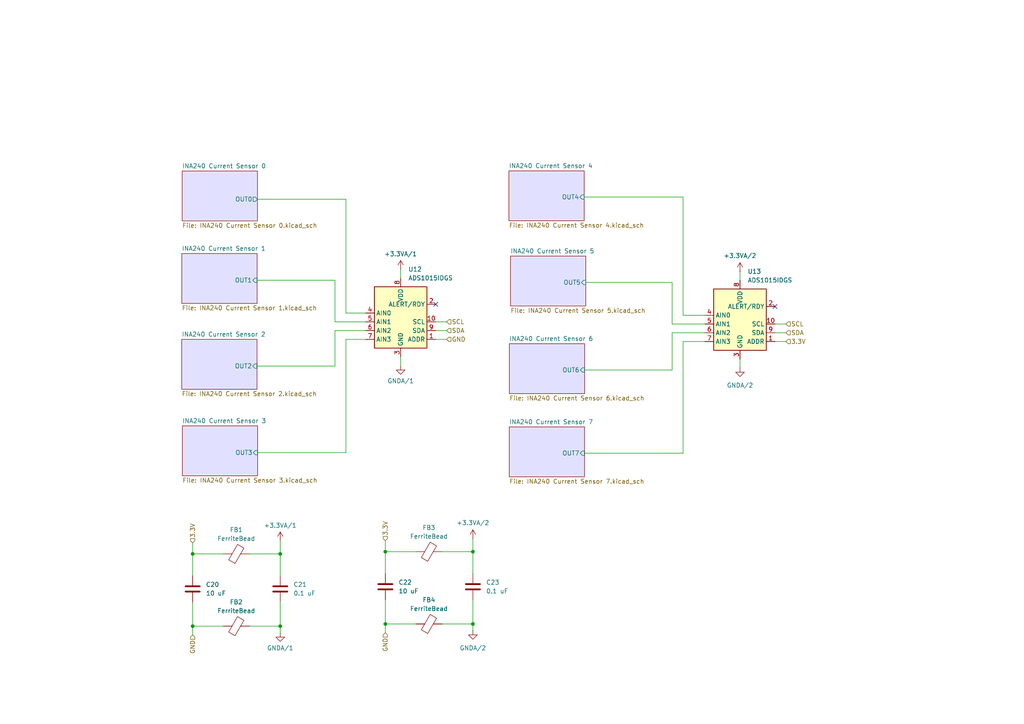
<source format=kicad_sch>
(kicad_sch (version 20231120) (generator "eeschema") (generator_version "8.0")
  (paper "A4")
  (lib_symbols
    (symbol "Analog_ADC:ADS1015IDGS"
      (property "Reference" "U" (at 2.54 13.97 0))
      (property "Value" "ADS1015IDGS" (at 7.62 11.43 0))
      (symbol "ADS1015IDGS_0_1"
        (rectangle (start -7.62 10.16) (end 7.62 -7.62) (stroke (width 0.254)) (fill (type background)))
      )
      (symbol "ADS1015IDGS_1_1"
        (pin input line (at 10.16 -5.08 180) (length 2.54) (name "ADDR") (number "1"))
        (pin input line (at 10.16 0 180) (length 2.54) (name "SCL") (number "10"))
        (pin output line (at 10.16 5.08 180) (length 2.54) (name "ALERT/RDY") (number "2"))
        (pin power_in line (at 0 -10.16 90) (length 2.54) (name "GND") (number "3"))
        (pin input line (at -10.16 2.54 0) (length 2.54) (name "AIN0") (number "4"))
        (pin input line (at -10.16 0 0) (length 2.54) (name "AIN1") (number "5"))
        (pin input line (at -10.16 -2.54 0) (length 2.54) (name "AIN2") (number "6"))
        (pin input line (at -10.16 -5.08 0) (length 2.54) (name "AIN3") (number "7"))
        (pin power_in line (at 0 12.7 270) (length 2.54) (name "VDD") (number "8"))
        (pin bidirectional line (at 10.16 -2.54 180) (length 2.54) (name "SDA") (number "9"))
      )
    )
    (symbol "Device:C" (pin_numbers hide) (pin_names (offset 0.254))
      (property "Reference" "C" (at 0.635 2.54 0))
      (property "Value" "C" (at 0.635 -2.54 0))
      (symbol "C_0_1"
        (polyline (pts (xy -2.032 -0.762) (xy 2.032 -0.762)) (stroke (width 0.508)))
        (polyline (pts (xy -2.032 0.762) (xy 2.032 0.762)) (stroke (width 0.508)))
      )
      (symbol "C_1_1"
        (pin passive line (at 0 3.81 270) (length 2.794) (name "~") (number "1"))
        (pin passive line (at 0 -3.81 90) (length 2.794) (name "~") (number "2"))
      )
    )
    (symbol "Device:FerriteBead" (pin_numbers hide) (pin_names (offset 0))
      (property "Reference" "FB" (at -3.81 0.635 90))
      (property "Value" "FerriteBead" (at 3.81 0 90))
      (symbol "FerriteBead_0_1"
        (polyline (pts (xy 0 -1.27) (xy 0 -1.2192)))
        (polyline (pts (xy 0 1.27) (xy 0 1.2954)))
        (polyline (pts (xy -2.7686 0.4064) (xy -1.7018 2.2606) (xy 2.7686 -0.3048) (xy 1.6764 -2.159) (xy -2.7686 0.4064)))
      )
      (symbol "FerriteBead_1_1"
        (pin passive line (at 0 3.81 270) (length 2.54) (name "~") (number "1"))
        (pin passive line (at 0 -3.81 90) (length 2.54) (name "~") (number "2"))
      )
    )
    (symbol "power:+3.3VA" (power) (pin_numbers hide) (pin_names (offset 0) hide)
      (property "Value" "+3.3VA" (at 0 3.556 0))
      (symbol "+3.3VA_0_1"
        (polyline (pts (xy -0.762 1.27) (xy 0 2.54)))
        (polyline (pts (xy 0 0) (xy 0 2.54)))
        (polyline (pts (xy 0 2.54) (xy 0.762 1.27)))
      )
      (symbol "+3.3VA_1_1"
        (pin power_in line (at 0 0 90) (length 0) (name "~") (number "1"))
      )
    )
    (symbol "power:GNDA" (power) (pin_numbers hide) (pin_names (offset 0) hide)
      (property "Value" "GNDA" (at 0 -3.81 0))
      (symbol "GNDA_0_1"
        (polyline (pts (xy 0 0) (xy 0 -1.27) (xy 1.27 -1.27) (xy 0 -2.54) (xy -1.27 -1.27) (xy 0 -1.27)))
      )
      (symbol "GNDA_1_1"
        (pin power_in line (at 0 0 270) (length 0) (name "~") (number "1"))
      )
    )
  )
  (junction (at 111.76 180.975))
  (junction (at 137.16 160.02))
  (junction (at 81.28 181.61))
  (junction (at 137.16 180.975))
  (junction (at 55.88 160.655))
  (junction (at 111.76 160.02))
  (junction (at 55.88 181.61))
  (junction (at 81.28 160.655))
  (no_connect (at 126.365 88.265))
  (no_connect (at 224.79 88.9))
  (wire (pts (xy 100.33 131.2672) (xy 74.7268 131.2672)))
  (wire (pts (xy 137.16 160.02) (xy 137.16 166.37)))
  (wire (pts (xy 116.205 103.505) (xy 116.205 106.045)))
  (wire (pts (xy 126.365 98.425) (xy 129.54 98.425)))
  (wire (pts (xy 198.12 91.44) (xy 198.12 57.15)))
  (wire (pts (xy 55.88 160.655) (xy 64.77 160.655)))
  (wire (pts (xy 55.88 157.48) (xy 55.88 160.655)))
  (wire (pts (xy 198.12 57.15) (xy 169.4434 57.15)))
  (wire (pts (xy 81.28 160.655) (xy 81.28 156.845)))
  (wire (pts (xy 97.155 95.885) (xy 97.155 106.172)))
  (wire (pts (xy 224.79 93.98) (xy 227.965 93.98)))
  (wire (pts (xy 194.945 107.315) (xy 169.5704 107.315)))
  (wire (pts (xy 81.28 181.61) (xy 81.28 183.515)))
  (wire (pts (xy 194.945 96.52) (xy 194.945 107.315)))
  (wire (pts (xy 72.39 160.655) (xy 81.28 160.655)))
  (wire (pts (xy 111.76 156.845) (xy 111.76 160.02)))
  (wire (pts (xy 55.88 184.15) (xy 55.88 181.61)))
  (wire (pts (xy 111.76 160.02) (xy 120.65 160.02)))
  (wire (pts (xy 169.9006 81.915) (xy 194.945 81.915)))
  (wire (pts (xy 214.63 104.14) (xy 214.63 106.68)))
  (wire (pts (xy 198.12 99.06) (xy 198.12 131.445)))
  (wire (pts (xy 97.155 93.345) (xy 106.045 93.345)))
  (wire (pts (xy 198.12 99.06) (xy 204.47 99.06)))
  (wire (pts (xy 137.16 160.02) (xy 137.16 156.21)))
  (wire (pts (xy 81.28 160.655) (xy 81.28 167.005)))
  (wire (pts (xy 100.33 90.805) (xy 106.045 90.805)))
  (wire (pts (xy 100.33 98.425) (xy 106.045 98.425)))
  (wire (pts (xy 128.27 160.02) (xy 137.16 160.02)))
  (wire (pts (xy 72.39 181.61) (xy 81.28 181.61)))
  (wire (pts (xy 55.88 174.625) (xy 55.88 181.61)))
  (wire (pts (xy 97.155 95.885) (xy 106.045 95.885)))
  (wire (pts (xy 128.27 180.975) (xy 137.16 180.975)))
  (wire (pts (xy 224.79 96.52) (xy 227.965 96.52)))
  (wire (pts (xy 100.33 57.785) (xy 100.33 90.805)))
  (wire (pts (xy 81.28 181.61) (xy 81.28 174.625)))
  (wire (pts (xy 74.5744 81.28) (xy 97.155 81.28)))
  (wire (pts (xy 194.945 96.52) (xy 204.47 96.52)))
  (wire (pts (xy 126.365 93.345) (xy 129.54 93.345)))
  (wire (pts (xy 137.16 180.975) (xy 137.16 182.88)))
  (wire (pts (xy 111.76 183.515) (xy 111.76 180.975)))
  (wire (pts (xy 97.155 81.28) (xy 97.155 93.345)))
  (wire (pts (xy 126.365 95.885) (xy 129.54 95.885)))
  (wire (pts (xy 194.945 93.98) (xy 194.945 81.915)))
  (wire (pts (xy 198.12 131.445) (xy 169.545 131.445)))
  (wire (pts (xy 214.63 78.74) (xy 214.63 81.28)))
  (wire (pts (xy 111.76 173.99) (xy 111.76 180.975)))
  (wire (pts (xy 224.79 99.06) (xy 227.965 99.06)))
  (wire (pts (xy 97.155 106.172) (xy 74.549 106.172)))
  (wire (pts (xy 55.88 160.655) (xy 55.88 167.005)))
  (wire (pts (xy 116.205 78.105) (xy 116.205 80.645)))
  (wire (pts (xy 111.76 180.975) (xy 120.65 180.975)))
  (wire (pts (xy 100.33 98.425) (xy 100.33 131.2672)))
  (wire (pts (xy 55.88 181.61) (xy 64.77 181.61)))
  (wire (pts (xy 111.76 160.02) (xy 111.76 166.37)))
  (wire (pts (xy 198.12 91.44) (xy 204.47 91.44)))
  (wire (pts (xy 74.676 57.785) (xy 100.33 57.785)))
  (wire (pts (xy 137.16 180.975) (xy 137.16 173.99)))
  (wire (pts (xy 204.47 93.98) (xy 194.945 93.98)))
  (hierarchical_label "GND" (shape input) (at 55.88 184.15 270))
  (hierarchical_label "SDA" (shape input) (at 129.54 95.885 0))
  (hierarchical_label "GND" (shape input) (at 129.54 98.425 0))
  (hierarchical_label "3.3V" (shape input) (at 227.965 99.06 0))
  (hierarchical_label "GND" (shape input) (at 111.76 183.515 270))
  (hierarchical_label "SCL" (shape input) (at 227.965 93.98 0))
  (hierarchical_label "SDA" (shape input) (at 227.965 96.52 0))
  (hierarchical_label "SCL" (shape input) (at 129.54 93.345 0))
  (hierarchical_label "3.3V" (shape input) (at 111.76 156.845 90))
  (hierarchical_label "3.3V" (shape input) (at 55.88 157.48 90))
  (symbol (lib_id "power:+3.3VA") (at 137.16 156.21 0) (unit 1)
    (property "Reference" "#PWR027" (effects (hide yes)))
    (property "Value" "+3.3VA/2" (at 137.16 151.638 0))
    (property "Description" "Power symbol creates a global label with name \"+3.3VA\"" (effects (hide yes)))
  )
  (symbol (lib_id "power:GNDA") (at 81.28 183.515 0) (unit 1)
    (property "Reference" "#PWR024" (effects (hide yes)))
    (property "Value" "GNDA/1" (at 81.28 187.96 0))
    (property "Description" "Power symbol creates a global label with name \"GNDA\" , analog ground" (effects (hide yes)))
  )
  (symbol (lib_id "Device:FerriteBead") (at 124.46 160.02 90) (unit 1)
    (property "Reference" "FB3" (at 124.4092 153.035 90))
    (property "Value" "FerriteBead" (at 124.4092 155.575 90))
    (property "Description" "Ferrite bead" (effects (hide yes)))
  )
  (symbol (lib_id "power:GNDA") (at 137.16 182.88 0) (unit 1)
    (property "Reference" "#PWR028" (effects (hide yes)))
    (property "Value" "GNDA/2" (at 137.16 187.96 0))
    (property "Description" "Power symbol creates a global label with name \"GNDA\" , analog ground" (effects (hide yes)))
  )
  (symbol (lib_id "power:+3.3VA") (at 81.28 156.845 0) (unit 1)
    (property "Reference" "#PWR023" (effects (hide yes)))
    (property "Value" "+3.3VA/1" (at 81.28 152.4 0))
    (property "Description" "Power symbol creates a global label with name \"+3.3VA\"" (effects (hide yes)))
  )
  (symbol (lib_id "power:GNDA") (at 214.63 106.68 0) (unit 1)
    (property "Reference" "#PWR030" (effects (hide yes)))
    (property "Value" "GNDA/2" (at 214.63 111.76 0))
    (property "Description" "Power symbol creates a global label with name \"GNDA\" , analog ground" (effects (hide yes)))
  )
  (symbol (lib_id "Device:FerriteBead") (at 68.58 181.61 90) (unit 1)
    (property "Reference" "FB2" (at 68.5292 174.625 90))
    (property "Value" "FerriteBead" (at 68.5292 177.165 90))
    (property "Description" "Ferrite bead" (effects (hide yes)))
  )
  (symbol (lib_id "Device:C") (at 81.28 170.815 0) (unit 1)
    (property "Reference" "C21" (at 85.09 169.5449 0) (effects (justify left)))
    (property "Value" "0.1 uF" (at 85.09 172.0849 0) (effects (justify left)))
    (property "Description" "Unpolarized capacitor" (effects (hide yes)))
  )
  (symbol (lib_id "Device:FerriteBead") (at 68.58 160.655 90) (unit 1)
    (property "Reference" "FB1" (at 68.5292 153.67 90))
    (property "Value" "FerriteBead" (at 68.5292 156.21 90))
    (property "Description" "Ferrite bead" (effects (hide yes)))
  )
  (symbol (lib_id "Analog_ADC:ADS1015IDGS") (at 116.205 93.345 0) (unit 1)
    (property "Reference" "U12" (at 118.3991 78.105 0) (effects (justify left)))
    (property "Value" "ADS1015IDGS" (at 118.3991 80.645 0) (effects (justify left)))
    (property "Footprint" "Package_SO:TSSOP-10_3x3mm_P0.5mm" (effects (hide yes)))
    (property "Datasheet" "http://www.ti.com/lit/ds/symlink/ads1015.pdf" (effects (hide yes)))
    (property "Description" "Ultra-Small, Low-Power, I2C-Compatible, 3.3-kSPS, 12-Bit ADCs With Internal Reference, Oscillator, and Programmable Comparator, VSSOP-10" (effects (hide yes)))
    (property "Mfr." "Texas Instruments" (effects (hide yes)))
    (property "Part #" "ADS1015IDGSR" (effects (hide yes)))
    (property "Price" "$2.98" (effects (hide yes)))
    (property "Order Link" "https://www.digikey.com/en/products/detail/texas-instruments/ADS1015IDGSR/2231559" (effects (hide yes)))
  )
  (symbol (lib_id "Analog_ADC:ADS1015IDGS") (at 214.63 93.98 0) (unit 1)
    (property "Reference" "U13" (at 216.8241 78.74 0) (effects (justify left)))
    (property "Value" "ADS1015IDGS" (at 216.8241 81.28 0) (effects (justify left)))
    (property "Footprint" "Package_SO:TSSOP-10_3x3mm_P0.5mm" (effects (hide yes)))
    (property "Datasheet" "http://www.ti.com/lit/ds/symlink/ads1015.pdf" (effects (hide yes)))
    (property "Description" "Ultra-Small, Low-Power, I2C-Compatible, 3.3-kSPS, 12-Bit ADCs With Internal Reference, Oscillator, and Programmable Comparator, VSSOP-10" (effects (hide yes)))
    (property "Mfr." "Texas Instruments" (effects (hide yes)))
    (property "Part #" "ADS1015IDGSR" (effects (hide yes)))
    (property "Price" "$2.98" (effects (hide yes)))
    (property "Order Link" "https://www.digikey.com/en/products/detail/texas-instruments/ADS1015IDGSR/2231559" (effects (hide yes)))
  )
  (symbol (lib_id "Device:C") (at 111.76 170.18 0) (unit 1)
    (property "Reference" "C22" (at 115.57 168.9099 0) (effects (justify left)))
    (property "Value" "10 uF" (at 115.57 171.4499 0) (effects (justify left)))
    (property "Description" "Unpolarized capacitor" (effects (hide yes)))
  )
  (symbol (lib_id "Device:C") (at 137.16 170.18 0) (unit 1)
    (property "Reference" "C23" (at 140.97 168.9099 0) (effects (justify left)))
    (property "Value" "0.1 uF" (at 140.97 171.4499 0) (effects (justify left)))
    (property "Description" "Unpolarized capacitor" (effects (hide yes)))
  )
  (symbol (lib_id "power:GNDA") (at 116.205 106.045 0) (unit 1)
    (property "Reference" "#PWR025" (effects (hide yes)))
    (property "Value" "GNDA/1" (at 116.205 110.49 0))
    (property "Description" "Power symbol creates a global label with name \"GNDA\" , analog ground" (effects (hide yes)))
  )
  (symbol (lib_id "Device:FerriteBead") (at 124.46 180.975 90) (unit 1)
    (property "Reference" "FB4" (at 124.4092 173.99 90))
    (property "Value" "FerriteBead" (at 124.4092 176.53 90))
    (property "Description" "Ferrite bead" (effects (hide yes)))
  )
  (symbol (lib_id "power:+3.3VA") (at 214.63 78.74 0) (unit 1)
    (property "Reference" "#PWR029" (effects (hide yes)))
    (property "Value" "+3.3VA/2" (at 214.63 74.168 0))
    (property "Description" "Power symbol creates a global label with name \"+3.3VA\"" (effects (hide yes)))
  )
  (symbol (lib_id "power:+3.3VA") (at 116.205 78.105 0) (unit 1)
    (property "Reference" "#PWR026" (effects (hide yes)))
    (property "Value" "+3.3VA/1" (at 116.205 73.66 0))
    (property "Description" "Power symbol creates a global label with name \"+3.3VA\"" (effects (hide yes)))
  )
  (symbol (lib_id "Device:C") (at 55.88 170.815 0) (unit 1)
    (property "Reference" "C20" (at 59.69 169.5449 0) (effects (justify left)))
    (property "Value" "10 uF" (at 59.69 172.0849 0) (effects (justify left)))
    (property "Description" "Unpolarized capacitor" (effects (hide yes)))
  )
  (sheet (at 148.0566 74.2696) (size 21.844 14.478) (stroke (width 0.1524)) (fill (color 0 0 255 0.1200))
    (property "Sheetname" "INA240 Current Sensor 5" (at 148.0566 73.558 0) (effects (justify left bottom)))
    (property "Sheetfile" "INA240 Current Sensor 5.kicad_sch" (at 148.0566 89.3322 0) (effects (justify left top)))
    (pin "OUT5" input (at 169.9006 81.915 0))
  )
  (sheet (at 147.7264 99.695) (size 21.844 14.478) (stroke (width 0.1524)) (fill (color 0 0 255 0.1200))
    (property "Sheetname" "INA240 Current Sensor 6" (at 147.7264 98.9834 0) (effects (justify left bottom)))
    (property "Sheetfile" "INA240 Current Sensor 6.kicad_sch" (at 147.7264 114.7576 0) (effects (justify left top)))
    (pin "OUT6" input (at 169.5704 107.315 0))
  )
  (sheet (at 147.5994 49.5554) (size 21.844 14.478) (stroke (width 0.1524)) (fill (color 0 0 255 0.1200))
    (property "Sheetname" "INA240 Current Sensor 4" (at 147.5994 48.8438 0) (effects (justify left bottom)))
    (property "Sheetfile" "INA240 Current Sensor 4.kicad_sch" (at 147.5994 64.618 0) (effects (justify left top)))
    (pin "OUT4" input (at 169.4434 57.15 0))
  )
  (sheet (at 147.701 123.825) (size 21.844 14.478) (stroke (width 0.1524)) (fill (color 0 0 255 0.1200))
    (property "Sheetname" "INA240 Current Sensor 7" (at 147.701 123.1134 0) (effects (justify left bottom)))
    (property "Sheetfile" "INA240 Current Sensor 7.kicad_sch" (at 147.701 138.8876 0) (effects (justify left top)))
    (pin "OUT7" input (at 169.545 131.445 0))
  )
  (sheet (at 52.7304 73.533) (size 21.844 14.478) (stroke (width 0.1524)) (fill (color 0 0 255 0.1200))
    (property "Sheetname" "INA240 Current Sensor 1" (at 52.7304 72.8214 0) (effects (justify left bottom)))
    (property "Sheetfile" "INA240 Current Sensor 1.kicad_sch" (at 52.7304 88.5956 0) (effects (justify left top)))
    (pin "OUT1" input (at 74.5744 81.28 0))
  )
  (sheet (at 52.832 49.6062) (size 21.844 14.478) (stroke (width 0.1524)) (fill (color 0 0 255 0.1200))
    (property "Sheetname" "INA240 Current Sensor 0" (at 52.832 48.8946 0) (effects (justify left bottom)))
    (property "Sheetfile" "INA240 Current Sensor 0.kicad_sch" (at 52.832 64.6688 0) (effects (justify left top)))
    (pin "OUT0" output (at 74.676 57.785 0))
  )
  (sheet (at 52.705 98.425) (size 21.844 14.478) (stroke (width 0.1524)) (fill (color 0 0 255 0.1200))
    (property "Sheetname" "INA240 Current Sensor 2" (at 52.705 97.7134 0) (effects (justify left bottom)))
    (property "Sheetfile" "INA240 Current Sensor 2.kicad_sch" (at 52.705 113.4876 0) (effects (justify left top)))
    (pin "OUT2" input (at 74.549 106.172 0))
  )
  (sheet (at 52.8828 123.5202) (size 21.844 14.478) (stroke (width 0.1524)) (fill (color 0 0 255 0.1200))
    (property "Sheetname" "INA240 Current Sensor 3" (at 52.8828 122.8086 0) (effects (justify left bottom)))
    (property "Sheetfile" "INA240 Current Sensor 3.kicad_sch" (at 52.8828 138.5828 0) (effects (justify left top)))
    (pin "OUT3" input (at 74.7268 131.2672 0))
  )
)
</source>
